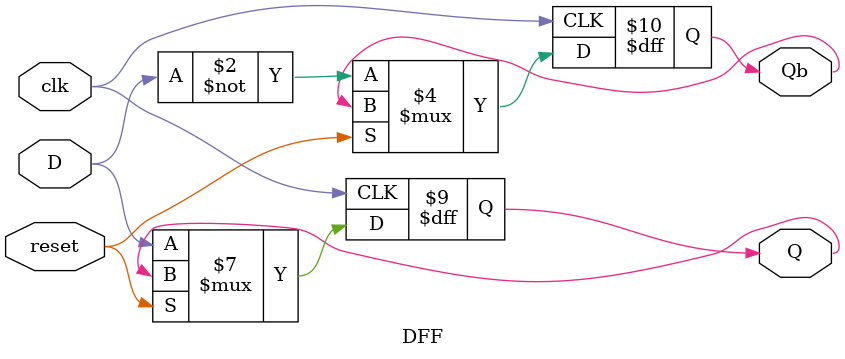
<source format=v>
module DFF(clk,reset,D,Q,Qb);
   input clk,reset,D;
   output reg Q,Qb;

   always@(negedge clk)
     begin
	if(reset)
	  begin
	     Q=Q;
      	     Qb=Qb;
	  end
	else	
	  begin
	     Q=D;
       	     Qb=~D;
	  end
     end // always@ (posedge clk)
   
endmodule // DFF

</source>
